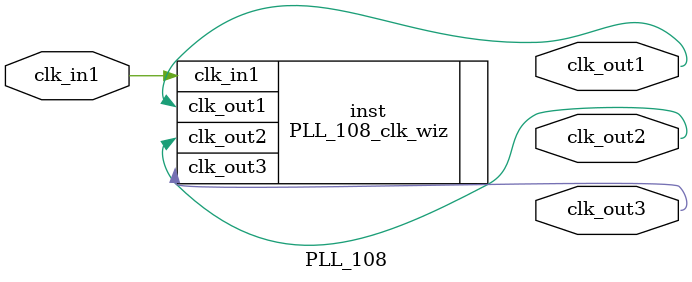
<source format=v>


`timescale 1ps/1ps

(* CORE_GENERATION_INFO = "PLL_108,clk_wiz_v6_0_0_0,{component_name=PLL_108,use_phase_alignment=true,use_min_o_jitter=false,use_max_i_jitter=false,use_dyn_phase_shift=false,use_inclk_switchover=false,use_dyn_reconfig=false,enable_axi=0,feedback_source=FDBK_AUTO,PRIMITIVE=MMCM,num_out_clk=3,clkin1_period=10.000,clkin2_period=10.000,use_power_down=false,use_reset=false,use_locked=false,use_inclk_stopped=false,feedback_type=SINGLE,CLOCK_MGR_TYPE=NA,manual_override=false}" *)

module PLL_108 
 (
  // Clock out ports
  output        clk_out1,
  output        clk_out2,
  output        clk_out3,
 // Clock in ports
  input         clk_in1
 );

  PLL_108_clk_wiz inst
  (
  // Clock out ports  
  .clk_out1(clk_out1),
  .clk_out2(clk_out2),
  .clk_out3(clk_out3),
 // Clock in ports
  .clk_in1(clk_in1)
  );

endmodule

</source>
